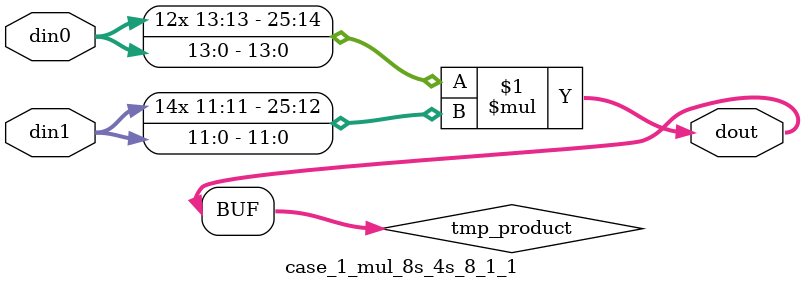
<source format=v>

`timescale 1 ns / 1 ps

 module case_1_mul_8s_4s_8_1_1(din0, din1, dout);
parameter ID = 1;
parameter NUM_STAGE = 0;
parameter din0_WIDTH = 14;
parameter din1_WIDTH = 12;
parameter dout_WIDTH = 26;

input [din0_WIDTH - 1 : 0] din0; 
input [din1_WIDTH - 1 : 0] din1; 
output [dout_WIDTH - 1 : 0] dout;

wire signed [dout_WIDTH - 1 : 0] tmp_product;



























assign tmp_product = $signed(din0) * $signed(din1);








assign dout = tmp_product;





















endmodule

</source>
